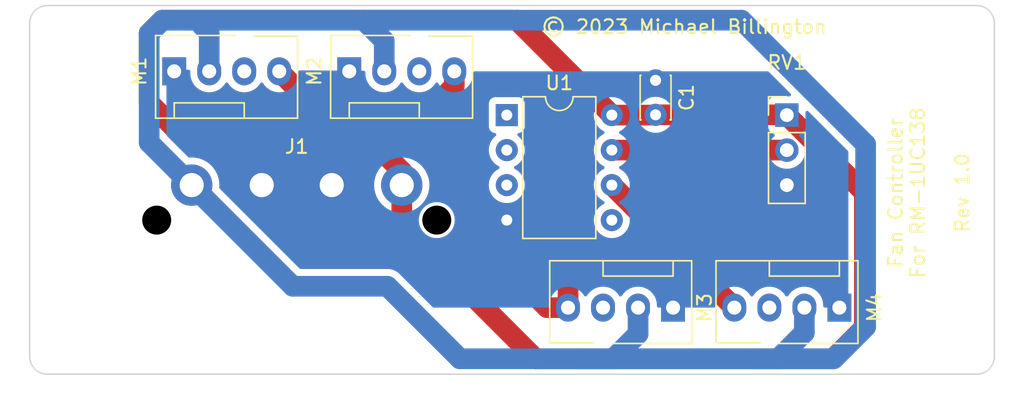
<source format=kicad_pcb>
(kicad_pcb (version 20221018) (generator pcbnew)
  (layers (0 "F.Cu" signal) (31 "B.Cu" signal) (34 "B.Paste" user) (35 "F.Paste" user) (36 "B.SilkS" user "B.Silkscreen") (37 "F.SilkS" user "F.Silkscreen") (38 "B.Mask" user) (39 "F.Mask" user) (44 "Edge.Cuts" user))
  (net 0 "")
  (net 1 "GND")
  (net 2 "+5V")
  (net 3 "+12V")
  (net 5 "/PWM")
  (net 9 "/SPEED_SEL")
  (footprint "Connector:FanPinHeader_1x04_P2.54mm_Vertical" (layer "F.Cu") (at 123.19 104.775)
    (fp_text reference "M2" (at -2.54 0 90) (layer "F.SilkS"))
    (fp_text value "Fan_4pin")
    (fp_line (start -1.35 -2.6) (end 4.4 -2.6) (stroke (width 0.12)) (layer "F.SilkS"))
    (fp_line (start -1.35 3.4) (end -1.35 -2.6) (stroke (width 0.12)) (layer "F.SilkS"))
    (fp_line (start 0 2.29) (end 5.08 2.29) (stroke (width 0.12)) (layer "F.SilkS"))
    (fp_line (start 0 3.3) (end 0 2.29) (stroke (width 0.12)) (layer "F.SilkS"))
    (fp_line (start 5.08 2.29) (end 5.08 3.3) (stroke (width 0.12)) (layer "F.SilkS"))
    (fp_line (start 5.75 -2.55) (end 8.95 -2.55) (stroke (width 0.12)) (layer "F.SilkS"))
    (fp_line (start 8.95 -2.55) (end 8.95 3.4) (stroke (width 0.12)) (layer "F.SilkS"))
    (fp_line (start 8.95 3.4) (end -1.35 3.4) (stroke (width 0.12)) (layer "F.SilkS"))
    (pad "" np_thru_hole circle (at 5.08 -2.16 90) (size 1.1 1.1) (drill 1.1) (layers "*.Cu" "*.Mask"))
    (pad "1" thru_hole rect (at 0 0 90) (size 2.03 1.73) (drill 1.02) (layers "*.Cu" "*.Mask") (net 1 "GND"))
    (pad "2" thru_hole oval (at 2.54 0 90) (size 2.03 1.73) (drill 1.02) (layers "*.Cu" "*.Mask") (net 3 "+12V"))
    (pad "3" thru_hole oval (at 5.08 0 90) (size 2.03 1.73) (drill 1.02) (layers "*.Cu" "*.Mask"))
    (pad "4" thru_hole oval (at 7.62 0 90) (size 2.03 1.73) (drill 1.02) (layers "*.Cu" "*.Mask") (net 5 "/PWM"))
  )
  (footprint "Connector:FanPinHeader_1x04_P2.54mm_Vertical" (layer "F.Cu") (at 158.75 121.92 180)
    (fp_text reference "M4" (at -2.54 0 90) (layer "F.SilkS"))
    (fp_text value "Fan_4pin")
    (fp_line (start -1.35 -2.6) (end 4.4 -2.6) (stroke (width 0.12)) (layer "F.SilkS"))
    (fp_line (start -1.35 3.4) (end -1.35 -2.6) (stroke (width 0.12)) (layer "F.SilkS"))
    (fp_line (start 0 2.29) (end 5.08 2.29) (stroke (width 0.12)) (layer "F.SilkS"))
    (fp_line (start 0 3.3) (end 0 2.29) (stroke (width 0.12)) (layer "F.SilkS"))
    (fp_line (start 5.08 2.29) (end 5.08 3.3) (stroke (width 0.12)) (layer "F.SilkS"))
    (fp_line (start 5.75 -2.55) (end 8.95 -2.55) (stroke (width 0.12)) (layer "F.SilkS"))
    (fp_line (start 8.95 -2.55) (end 8.95 3.4) (stroke (width 0.12)) (layer "F.SilkS"))
    (fp_line (start 8.95 3.4) (end -1.35 3.4) (stroke (width 0.12)) (layer "F.SilkS"))
    (pad "" np_thru_hole circle (at 5.08 -2.16 270) (size 1.1 1.1) (drill 1.1) (layers "*.Cu" "*.Mask"))
    (pad "1" thru_hole rect (at 0 0 270) (size 2.03 1.73) (drill 1.02) (layers "*.Cu" "*.Mask") (net 1 "GND"))
    (pad "2" thru_hole oval (at 2.54 0 270) (size 2.03 1.73) (drill 1.02) (layers "*.Cu" "*.Mask") (net 3 "+12V"))
    (pad "3" thru_hole oval (at 5.08 0 270) (size 2.03 1.73) (drill 1.02) (layers "*.Cu" "*.Mask"))
    (pad "4" thru_hole oval (at 7.62 0 270) (size 2.03 1.73) (drill 1.02) (layers "*.Cu" "*.Mask") (net 5 "/PWM"))
  )
  (footprint "MountingHole:MountingHole_3.5mm" (layer "F.Cu") (at 103 103.375)
    (fp_text reference "H1" hide)
    (fp_text value "MountingHole")
    (pad "" np_thru_hole circle (at 0 0) (size 3.5 3.5) (drill 3.5) (layers "*.Cu" "*.Mask"))
  )
  (footprint "MountingHole:MountingHole_3.5mm" (layer "F.Cu") (at 103 123.375)
    (fp_text reference "H3" hide)
    (fp_text value "MountingHole")
    (pad "" np_thru_hole circle (at 0 0) (size 3.5 3.5) (drill 3.5) (layers "*.Cu" "*.Mask"))
  )
  (footprint "Connector_PinHeader_2.54mm:PinHeader_1x03_P2.54mm_Vertical" (layer "F.Cu") (at 154.94 107.95)
    (fp_text reference "RV1" (at 0 -3.81) (layer "F.SilkS"))
    (fp_text value "R_Potentiometer")
    (fp_line (start -1.33 -1.33) (end 0 -1.33) (stroke (width 0.12)) (layer "F.SilkS"))
    (fp_line (start -1.33 0) (end -1.33 -1.33) (stroke (width 0.12)) (layer "F.SilkS"))
    (fp_line (start -1.33 1.27) (end -1.33 6.41) (stroke (width 0.12)) (layer "F.SilkS"))
    (fp_line (start -1.33 1.27) (end 1.33 1.27) (stroke (width 0.12)) (layer "F.SilkS"))
    (fp_line (start -1.33 6.41) (end 1.33 6.41) (stroke (width 0.12)) (layer "F.SilkS"))
    (fp_line (start 1.33 1.27) (end 1.33 6.41) (stroke (width 0.12)) (layer "F.SilkS"))
    (pad "1" thru_hole rect (at 0 0) (size 1.7 1.7) (drill 1) (layers "*.Cu" "*.Mask") (net 2 "+5V"))
    (pad "2" thru_hole oval (at 0 2.54) (size 1.7 1.7) (drill 1) (layers "*.Cu" "*.Mask") (net 9 "/SPEED_SEL"))
    (pad "3" thru_hole oval (at 0 5.08) (size 1.7 1.7) (drill 1) (layers "*.Cu" "*.Mask") (net 1 "GND"))
  )
  (footprint "project:PC_Molex_Power" (layer "F.Cu") (at 119.38 113.03 180)
    (fp_text reference "J1" (at 0 2.794 unlocked) (layer "F.SilkS"))
    (fp_text value "Conn_01x04_Socket")
    (pad "" np_thru_hole circle (at -10.16 -2.54 180) (size 2.1 2.1) (drill 2.1) (layers "*.Mask"))
    (pad "" np_thru_hole circle (at -5 -10.34 180) (size 4 4) (drill 4) (layers "F&B.Cu" "*.Mask"))
    (pad "" np_thru_hole circle (at 5 -10.34 180) (size 4 4) (drill 4) (layers "F&B.Cu" "*.Mask"))
    (pad "" np_thru_hole circle (at 10.16 -2.54 180) (size 2.1 2.1) (drill 2.1) (layers "*.Mask"))
    (pad "1" thru_hole circle (at 7.62 0 180) (size 3 3) (drill 1.75) (layers "*.Cu" "*.Mask") (net 3 "+12V"))
    (pad "2" thru_hole circle (at 2.54 0 180) (size 2.75 2.75) (drill 1.75) (layers "*.Cu" "*.Mask") (net 1 "GND"))
    (pad "3" thru_hole circle (at -2.54 0 180) (size 3 3) (drill 1.75) (layers "*.Cu" "*.Mask") (net 1 "GND"))
    (pad "4" thru_hole circle (at -7.62 0 180) (size 3 3) (drill 1.75) (layers "*.Cu" "*.Mask") (net 2 "+5V"))
  )
  (footprint "MountingHole:MountingHole_3.5mm" (layer "F.Cu") (at 167 123.375)
    (fp_text reference "H4" hide)
    (fp_text value "MountingHole")
    (pad "" np_thru_hole circle (at 0 0) (size 3.5 3.5) (drill 3.5) (layers "*.Cu" "*.Mask"))
  )
  (footprint "MountingHole:MountingHole_3.5mm" (layer "F.Cu") (at 167 103.375)
    (fp_text reference "H2" hide)
    (fp_text value "MountingHole")
    (pad "" np_thru_hole circle (at 0 0) (size 3.5 3.5) (drill 3.5) (layers "*.Cu" "*.Mask"))
  )
  (footprint "Connector:FanPinHeader_1x04_P2.54mm_Vertical" (layer "F.Cu") (at 146.685 121.92 180)
    (fp_text reference "M3" (at -2.286 0 90) (layer "F.SilkS"))
    (fp_text value "Fan_4pin")
    (fp_line (start -1.35 -2.6) (end 4.4 -2.6) (stroke (width 0.12)) (layer "F.SilkS"))
    (fp_line (start -1.35 3.4) (end -1.35 -2.6) (stroke (width 0.12)) (layer "F.SilkS"))
    (fp_line (start 0 2.29) (end 5.08 2.29) (stroke (width 0.12)) (layer "F.SilkS"))
    (fp_line (start 0 3.3) (end 0 2.29) (stroke (width 0.12)) (layer "F.SilkS"))
    (fp_line (start 5.08 2.29) (end 5.08 3.3) (stroke (width 0.12)) (layer "F.SilkS"))
    (fp_line (start 5.75 -2.55) (end 8.95 -2.55) (stroke (width 0.12)) (layer "F.SilkS"))
    (fp_line (start 8.95 -2.55) (end 8.95 3.4) (stroke (width 0.12)) (layer "F.SilkS"))
    (fp_line (start 8.95 3.4) (end -1.35 3.4) (stroke (width 0.12)) (layer "F.SilkS"))
    (pad "" np_thru_hole circle (at 5.08 -2.16 270) (size 1.1 1.1) (drill 1.1) (layers "*.Cu" "*.Mask"))
    (pad "1" thru_hole rect (at 0 0 270) (size 2.03 1.73) (drill 1.02) (layers "*.Cu" "*.Mask") (net 1 "GND"))
    (pad "2" thru_hole oval (at 2.54 0 270) (size 2.03 1.73) (drill 1.02) (layers "*.Cu" "*.Mask") (net 3 "+12V"))
    (pad "3" thru_hole oval (at 5.08 0 270) (size 2.03 1.73) (drill 1.02) (layers "*.Cu" "*.Mask"))
    (pad "4" thru_hole oval (at 7.62 0 270) (size 2.03 1.73) (drill 1.02) (layers "*.Cu" "*.Mask") (net 5 "/PWM"))
  )
  (footprint "Connector:FanPinHeader_1x04_P2.54mm_Vertical" (layer "F.Cu") (at 110.49 104.775)
    (fp_text reference "M1" (at -2.54 0 -90) (layer "F.SilkS"))
    (fp_text value "Fan_4pin")
    (fp_line (start -1.35 -2.6) (end 4.4 -2.6) (stroke (width 0.12)) (layer "F.SilkS"))
    (fp_line (start -1.35 3.4) (end -1.35 -2.6) (stroke (width 0.12)) (layer "F.SilkS"))
    (fp_line (start 0 2.29) (end 5.08 2.29) (stroke (width 0.12)) (layer "F.SilkS"))
    (fp_line (start 0 3.3) (end 0 2.29) (stroke (width 0.12)) (layer "F.SilkS"))
    (fp_line (start 5.08 2.29) (end 5.08 3.3) (stroke (width 0.12)) (layer "F.SilkS"))
    (fp_line (start 5.75 -2.55) (end 8.95 -2.55) (stroke (width 0.12)) (layer "F.SilkS"))
    (fp_line (start 8.95 -2.55) (end 8.95 3.4) (stroke (width 0.12)) (layer "F.SilkS"))
    (fp_line (start 8.95 3.4) (end -1.35 3.4) (stroke (width 0.12)) (layer "F.SilkS"))
    (pad "" np_thru_hole circle (at 5.08 -2.16 90) (size 1.1 1.1) (drill 1.1) (layers "*.Cu" "*.Mask"))
    (pad "1" thru_hole rect (at 0 0 90) (size 2.03 1.73) (drill 1.02) (layers "*.Cu" "*.Mask") (net 1 "GND"))
    (pad "2" thru_hole oval (at 2.54 0 90) (size 2.03 1.73) (drill 1.02) (layers "*.Cu" "*.Mask") (net 3 "+12V"))
    (pad "3" thru_hole oval (at 5.08 0 90) (size 2.03 1.73) (drill 1.02) (layers "*.Cu" "*.Mask"))
    (pad "4" thru_hole oval (at 7.62 0 90) (size 2.03 1.73) (drill 1.02) (layers "*.Cu" "*.Mask") (net 5 "/PWM"))
  )
  (footprint "Package_DIP:DIP-8_W7.62mm" (layer "F.Cu") (at 134.62 107.95)
    (fp_text reference "U1" (at 3.81 -2.33) (layer "F.SilkS"))
    (fp_text value "ATtiny85-20P")
    (fp_line (start 1.16 -1.33) (end 1.16 8.95) (stroke (width 0.12)) (layer "F.SilkS"))
    (fp_line (start 1.16 8.95) (end 6.46 8.95) (stroke (width 0.12)) (layer "F.SilkS"))
    (fp_line (start 2.81 -1.33) (end 1.16 -1.33) (stroke (width 0.12)) (layer "F.SilkS"))
    (fp_line (start 6.46 -1.33) (end 4.81 -1.33) (stroke (width 0.12)) (layer "F.SilkS"))
    (fp_line (start 6.46 8.95) (end 6.46 -1.33) (stroke (width 0.12)) (layer "F.SilkS"))
    (fp_arc (start 4.81 -1.33) (mid 3.81 -0.33) (end 2.81 -1.33) (stroke (width 0.12)) (layer "F.SilkS"))
    (pad "1" thru_hole rect (at 0 0) (size 1.6 1.6) (drill 0.8) (layers "*.Cu" "*.Mask"))
    (pad "2" thru_hole oval (at 0 2.54) (size 1.6 1.6) (drill 0.8) (layers "*.Cu" "*.Mask"))
    (pad "3" thru_hole oval (at 0 5.08) (size 1.6 1.6) (drill 0.8) (layers "*.Cu" "*.Mask"))
    (pad "4" thru_hole oval (at 0 7.62) (size 1.6 1.6) (drill 0.8) (layers "*.Cu" "*.Mask") (net 1 "GND"))
    (pad "5" thru_hole oval (at 7.62 7.62) (size 1.6 1.6) (drill 0.8) (layers "*.Cu" "*.Mask"))
    (pad "6" thru_hole oval (at 7.62 5.08) (size 1.6 1.6) (drill 0.8) (layers "*.Cu" "*.Mask") (net 5 "/PWM"))
    (pad "7" thru_hole oval (at 7.62 2.54) (size 1.6 1.6) (drill 0.8) (layers "*.Cu" "*.Mask") (net 9 "/SPEED_SEL"))
    (pad "8" thru_hole oval (at 7.62 0) (size 1.6 1.6) (drill 0.8) (layers "*.Cu" "*.Mask") (net 2 "+5V"))
  )
  (footprint "Capacitor_THT:C_Disc_D3.0mm_W2.0mm_P2.50mm" (layer "F.Cu") (at 145.415 105.43 -90)
    (fp_text reference "C1" (at 1.25 -2.25 90) (layer "F.SilkS"))
    (fp_text value "C")
    (fp_line (start -0.37 -1.12) (end -0.37 -1.055) (stroke (width 0.12)) (layer "F.SilkS"))
    (fp_line (start -0.37 -1.12) (end 2.87 -1.12) (stroke (width 0.12)) (layer "F.SilkS"))
    (fp_line (start -0.37 1.055) (end -0.37 1.12) (stroke (width 0.12)) (layer "F.SilkS"))
    (fp_line (start -0.37 1.12) (end 2.87 1.12) (stroke (width 0.12)) (layer "F.SilkS"))
    (fp_line (start 2.87 -1.12) (end 2.87 -1.055) (stroke (width 0.12)) (layer "F.SilkS"))
    (fp_line (start 2.87 1.055) (end 2.87 1.12) (stroke (width 0.12)) (layer "F.SilkS"))
    (pad "1" thru_hole circle (at 0 0 270) (size 1.6 1.6) (drill 0.8) (layers "*.Cu" "*.Mask") (net 1 "GND"))
    (pad "2" thru_hole circle (at 2.5 0 270) (size 1.6 1.6) (drill 0.8) (layers "*.Cu" "*.Mask") (net 2 "+5V"))
  )
  (gr_arc (start 170 125.45) (mid 169.619239 126.369239) (end 168.7 126.75) (stroke (width 0.1)) (layer "Edge.Cuts"))
  (gr_line (start 100 101.3) (end 100 125.45) (stroke (width 0.1)) (layer "Edge.Cuts"))
  (gr_arc (start 100 101.3) (mid 100.380761 100.380761) (end 101.3 100) (stroke (width 0.1)) (layer "Edge.Cuts"))
  (gr_line (start 168.7 100) (end 101.3 100) (stroke (width 0.1)) (layer "Edge.Cuts"))
  (gr_arc (start 168.7 100) (mid 169.619239 100.380761) (end 170 101.3) (stroke (width 0.1)) (layer "Edge.Cuts"))
  (gr_line (start 101.3 126.75) (end 168.7 126.75) (stroke (width 0.1)) (layer "Edge.Cuts"))
  (gr_line (start 170 125.45) (end 170 101.3) (stroke (width 0.1)) (layer "Edge.Cuts"))
  (gr_arc (start 101.3 126.75) (mid 100.380761 126.369239) (end 100 125.45) (stroke (width 0.1)) (layer "Edge.Cuts"))
  (gr_text "Fan Controller\nFor RM-1UC138\n\nRev 1.0" (at 168.25 113.59 90) (layer "F.SilkS") (effects (font (size 1 1)) (justify bottom)))
  (gr_text "© 2023 Michael Billington" (at 137.06 102.13) (layer "F.SilkS") (effects (font (size 1 1)) (justify left bottom)))
  (segment (start 136.700862 125.63) (end 158.301 125.63) (width 1.5) (layer "F.Cu") (net 2))
  (segment (start 160.565 113.569415) (end 154.945585 107.95) (width 1.5) (layer "F.Cu") (net 2))
  (segment (start 111.084913 109.474) (end 108.675 107.064087) (width 1.5) (layer "F.Cu") (net 2))
  (segment (start 145.395 107.95) (end 145.415 107.93) (width 1.5) (layer "F.Cu") (net 2))
  (segment (start 160.565 123.366) (end 160.565 113.569415) (width 1.5) (layer "F.Cu") (net 2))
  (segment (start 108.675 107.064087) (end 108.675 102.018) (width 1.5) (layer "F.Cu") (net 2))
  (segment (start 158.301 125.63) (end 160.565 123.366) (width 1.5) (layer "F.Cu") (net 2))
  (segment (start 127 113.03) (end 127 115.929138) (width 1.5) (layer "F.Cu") (net 2))
  (segment (start 109.628 101.065) (end 135.355 101.065) (width 1.5) (layer "F.Cu") (net 2))
  (segment (start 135.355 101.065) (end 142.24 107.95) (width 1.5) (layer "F.Cu") (net 2))
  (segment (start 154.92 107.93) (end 154.94 107.95) (width 1.5) (layer "F.Cu") (net 2))
  (segment (start 108.675 102.018) (end 109.628 101.065) (width 1.5) (layer "F.Cu") (net 2))
  (segment (start 154.945585 107.95) (end 154.94 107.95) (width 1.5) (layer "F.Cu") (net 2))
  (segment (start 142.24 107.95) (end 145.395 107.95) (width 1.5) (layer "F.Cu") (net 2))
  (segment (start 127 115.929138) (end 136.700862 125.63) (width 1.5) (layer "F.Cu") (net 2))
  (segment (start 127 112.014) (end 124.46 109.474) (width 1.5) (layer "F.Cu") (net 2))
  (segment (start 127 113.03) (end 127 112.014) (width 1.5) (layer "F.Cu") (net 2))
  (segment (start 124.46 109.474) (end 111.084913 109.474) (width 1.5) (layer "F.Cu") (net 2))
  (segment (start 145.415 107.93) (end 154.92 107.93) (width 1.5) (layer "F.Cu") (net 2))
  (segment (start 152.527 125.63) (end 154.312031 125.63) (width 1.5) (layer "B.Cu") (net 3))
  (segment (start 142.34 125.63) (end 144.145 123.825) (width 1.5) (layer "B.Cu") (net 3))
  (segment (start 131.218 125.63) (end 139.727 125.63) (width 1.5) (layer "B.Cu") (net 3))
  (segment (start 125.958 120.37) (end 131.218 125.63) (width 1.5) (layer "B.Cu") (net 3))
  (segment (start 160.655 123.317) (end 158.342 125.63) (width 1.5) (layer "B.Cu") (net 3))
  (segment (start 156.21 123.732031) (end 156.21 121.92) (width 1.5) (layer "B.Cu") (net 3))
  (segment (start 111.76 113.03) (end 108.675 109.945) (width 1.5) (layer "B.Cu") (net 3))
  (segment (start 124.235 101.065) (end 125.73 102.56) (width 1.5) (layer "B.Cu") (net 3))
  (segment (start 158.342 125.63) (end 152.527 125.63) (width 1.5) (layer "B.Cu") (net 3))
  (segment (start 154.312031 125.63) (end 156.21 123.732031) (width 1.5) (layer "B.Cu") (net 3))
  (segment (start 109.628 101.065) (end 124.235 101.065) (width 1.5) (layer "B.Cu") (net 3))
  (segment (start 111.76 113.03) (end 119.1 120.37) (width 1.5) (layer "B.Cu") (net 3))
  (segment (start 108.675 109.945) (end 108.675 102.018) (width 1.5) (layer "B.Cu") (net 3))
  (segment (start 124.235 101.065) (end 151.655 101.065) (width 1.5) (layer "B.Cu") (net 3))
  (segment (start 160.655 110.065) (end 160.655 123.317) (width 1.5) (layer "B.Cu") (net 3))
  (segment (start 139.727 125.63) (end 142.34 125.63) (width 1.5) (layer "B.Cu") (net 3))
  (segment (start 125.73 102.56) (end 125.73 104.775) (width 1.5) (layer "B.Cu") (net 3))
  (segment (start 119.1 120.37) (end 125.958 120.37) (width 1.5) (layer "B.Cu") (net 3))
  (segment (start 108.675 102.018) (end 109.628 101.065) (width 1.5) (layer "B.Cu") (net 3))
  (segment (start 113.03 101.981) (end 113.03 104.775) (width 1.5) (layer "B.Cu") (net 3))
  (segment (start 139.727 125.63) (end 152.527 125.63) (width 1.5) (layer "B.Cu") (net 3))
  (segment (start 112.522 101.473) (end 113.03 101.981) (width 1.5) (layer "B.Cu") (net 3))
  (segment (start 144.145 123.825) (end 144.145 121.92) (width 1.5) (layer "B.Cu") (net 3))
  (segment (start 151.655 101.065) (end 160.655 110.065) (width 1.5) (layer "B.Cu") (net 3))
  (segment (start 139.065 121.92) (end 139.065 119.405) (width 1.5) (layer "F.Cu") (net 5))
  (segment (start 129.215798 107.442) (end 129.469798 107.188) (width 1.5) (layer "F.Cu") (net 5))
  (segment (start 139.065 119.405) (end 139.7885 118.6815) (width 1.5) (layer "F.Cu") (net 5))
  (segment (start 137.541 121.92) (end 139.065 121.92) (width 1.5) (layer "F.Cu") (net 5))
  (segment (start 129.469798 107.188) (end 130.81 105.847798) (width 1.5) (layer "F.Cu") (net 5))
  (segment (start 142.24 113.03) (end 147.8915 118.6815) (width 1.5) (layer "F.Cu") (net 5))
  (segment (start 147.8915 118.6815) (end 151.13 121.92) (width 1.5) (layer "F.Cu") (net 5))
  (segment (start 129.469798 107.188) (end 131.826 109.544202) (width 1.5) (layer "F.Cu") (net 5))
  (segment (start 139.7885 118.6815) (end 147.8915 118.6815) (width 1.5) (layer "F.Cu") (net 5))
  (segment (start 131.826 116.205) (end 137.541 121.92) (width 1.5) (layer "F.Cu") (net 5))
  (segment (start 130.81 105.847798) (end 130.81 104.775) (width 1.5) (layer "F.Cu") (net 5))
  (segment (start 131.826 109.544202) (end 131.826 116.205) (width 1.5) (layer "F.Cu") (net 5))
  (segment (start 118.11 104.775) (end 120.777 107.442) (width 1.5) (layer "F.Cu") (net 5))
  (segment (start 120.777 107.442) (end 129.215798 107.442) (width 1.5) (layer "F.Cu") (net 5))
  (segment (start 142.24 110.49) (end 154.94 110.49) (width 1.5) (layer "F.Cu") (net 9))
  (zone (net 1) (net_name "GND") (layer "B.Cu") (connect_pads yes (clearance 0.5)) (min_thickness 0.25) (fill yes (thermal_gap 0.5) (thermal_bridge_width 0.5))
    (polygon (pts (xy 109.22 104.648) (xy 109.093 110.363) (xy 119.761 121.92) (xy 137.16 121.92) (xy 161.29 121.92) (xy 161.29 104.775) (xy 132.08 104.775)))
  )
)
</source>
